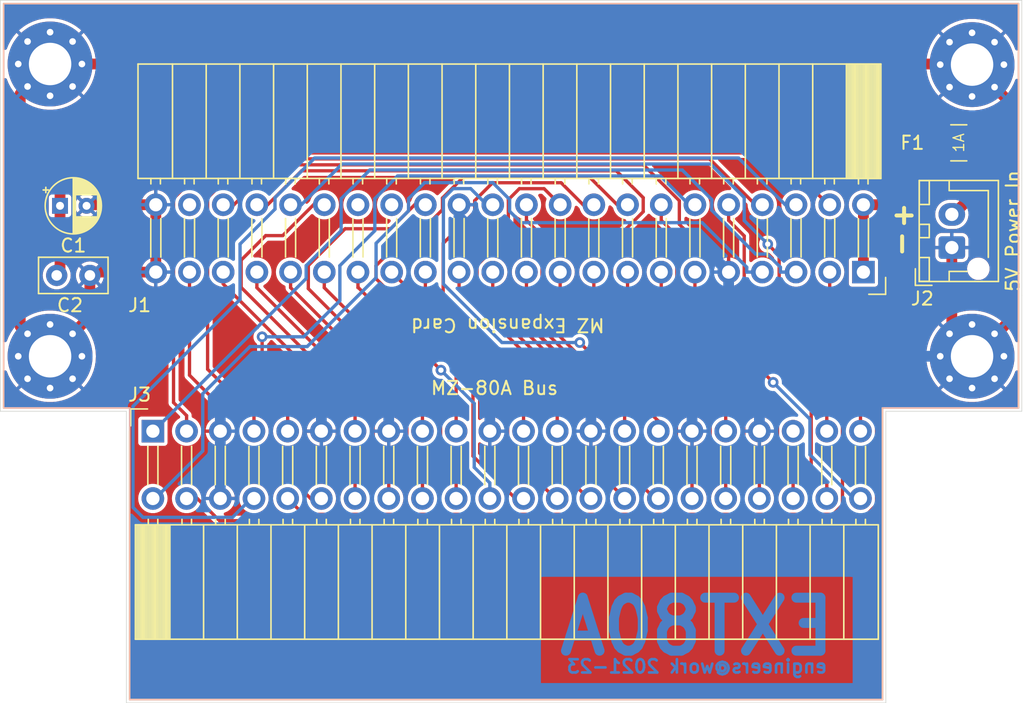
<source format=kicad_pcb>
(kicad_pcb (version 20221018) (generator pcbnew)
  (layers (0 "F.Cu" signal) (31 "B.Cu" signal) (34 "B.Paste" user) (35 "F.Paste" user) (36 "B.SilkS" user "B.Silkscreen") (37 "F.SilkS" user "F.Silkscreen") (38 "B.Mask" user) (39 "F.Mask" user) (44 "Edge.Cuts" user))
  (net 0 "")
  (net 1 "+5V")
  (net 2 "GNDPWR")
  (net 4 "/~{EXWAIT}")
  (net 5 "/~{INT}")
  (net 6 "/BUS0")
  (net 7 "/~{M1}")
  (net 8 "/~{WR}")
  (net 9 "/~{RD}")
  (net 10 "/~{IORQ}")
  (net 11 "/~{MREQ}")
  (net 12 "/~{HALT}")
  (net 15 "/RESET")
  (net 16 "/~{EXRESET}")
  (net 17 "/D3")
  (net 18 "/D4")
  (net 19 "/D5")
  (net 20 "/D6")
  (net 21 "/D7")
  (net 22 "/A0")
  (net 23 "/A1")
  (net 24 "/A2")
  (net 25 "/D2")
  (net 26 "/D1")
  (net 27 "/D0")
  (net 28 "/A15")
  (net 29 "/A14")
  (net 30 "/A13")
  (net 31 "/A12")
  (net 32 "/A11")
  (net 33 "/A10")
  (net 34 "/A9")
  (net 35 "/A8")
  (net 36 "/A7")
  (net 37 "/A6")
  (net 38 "/A5")
  (net 39 "/A4")
  (net 40 "/A3")
  (net 41 "Net-(J2-Pin_2)")
  (net 42 "/~{NMI}")
  (footprint "EXT80A:EdgeCardConnector_2_54mm_44way" (layer "F.Cu") (at 158.5172 78.594 180)
    (fp_text reference "J1")
    (fp_text value "MZ Expansion Card")
  )
  (footprint "Capacitor_THT:CP_Radial_D4.0mm_P2.00mm" (layer "F.Cu") (at 128.5 86.5)
    (fp_text reference "C1")
    (fp_text value "4.7uF 50V" hide)
  )
  (footprint "Connector_JST:JST_XH_B2B-XH-AM_1x02_P2.50mm_Vertical" (layer "F.Cu") (at 195.725 89.65 90)
    (fp_text reference "J2")
    (fp_text value "5V Power In")
  )
  (footprint "MountingHole:MountingHole_3.2mm_M3_Pad_Via" (layer "F.Cu") (at 197.25 97.85)
    (fp_text reference "H2" hide)
    (fp_text value "MountingHole_Pad" hide)
  )
  (footprint "MountingHole:MountingHole_3.2mm_M3_Pad_Via" (layer "F.Cu") (at 127.75 75.8029)
    (fp_text reference "H3" hide)
    (fp_text value "MountingHole_Pad" hide)
  )
  (footprint "MountingHole:MountingHole_3.2mm_M3_Pad_Via" (layer "F.Cu") (at 197.25 75.85)
    (fp_text reference "H4" hide)
    (fp_text value "MountingHole_Pad" hide)
  )
  (footprint "Fuse:Fuse_1210_3225Metric_Pad1.42x2.65mm_HandSolder" (layer "F.Cu") (at 196.25 81.75)
    (fp_text reference "F1")
    (fp_text value "1A")
  )
  (footprint "MountingHole:MountingHole_3.2mm_M3_Pad_Via" (layer "F.Cu") (at 127.75 97.85)
    (fp_text reference "H1" hide)
    (fp_text value "MountingHole_Pad" hide)
  )
  (footprint "Capacitor_THT:C_Disc_D5.0mm_W2.5mm_P2.50mm" (layer "F.Cu") (at 128.25 91.75)
    (fp_text reference "C2")
    (fp_text value "100nF" hide)
  )
  (footprint "EXT80A:EdgeCardConnector_2_54mm_44way" (layer "F.Cu") (at 166.0428 116.406)
    (fp_text reference "J3")
    (fp_text value "MZ-80A Bus")
  )
  (gr_line (start 190.5 123.75) (end 133.75 123.75) (stroke (width 0.12)) (layer "B.SilkS"))
  (gr_line (start 200.75 101.75) (end 190.5 101.75) (stroke (width 0.12)) (layer "B.SilkS"))
  (gr_line (start 124.25 101.75) (end 124.25 71.25) (stroke (width 0.12)) (layer "B.SilkS"))
  (gr_line (start 200.75 71.25) (end 200.75 101.75) (stroke (width 0.12)) (layer "B.SilkS"))
  (gr_line (start 133.75 123.75) (end 133.75 101.75) (stroke (width 0.12)) (layer "B.SilkS"))
  (gr_line (start 190.5 101.75) (end 190.5 123.75) (stroke (width 0.12)) (layer "B.SilkS"))
  (gr_line (start 124.25 71.25) (end 200.75 71.25) (stroke (width 0.12)) (layer "B.SilkS"))
  (gr_line (start 133.75 101.75) (end 124.25 101.75) (stroke (width 0.12)) (layer "B.SilkS"))
  (gr_line (start 133.75 123.75) (end 190.5 123.75) (stroke (width 0.12)) (layer "F.SilkS"))
  (gr_line (start 190.5 101.75) (end 190.75 101.75) (stroke (width 0.12)) (layer "F.SilkS"))
  (gr_line (start 124.25 71.25) (end 200.75 71.25) (stroke (width 0.12)) (layer "F.SilkS"))
  (gr_line (start 133.75 123.75) (end 133.75 103.5) (stroke (width 0.12)) (layer "F.SilkS"))
  (gr_line (start 124.25 101.75) (end 124.25 71.25) (stroke (width 0.12)) (layer "F.SilkS"))
  (gr_line (start 133.75 101.75) (end 124.25 101.75) (stroke (width 0.12)) (layer "F.SilkS"))
  (gr_line (start 200.75 71.25) (end 200.75 101.75) (stroke (width 0.12)) (layer "F.SilkS"))
  (gr_line (start 200.75 101.75) (end 190.75 101.75) (stroke (width 0.12)) (layer "F.SilkS"))
  (gr_line (start 190.5 123.75) (end 190.5 101.75) (stroke (width 0.12)) (layer "F.SilkS"))
  (gr_line (start 201 93.25) (end 201 102) (stroke (width 0.05)) (layer "Edge.Cuts"))
  (gr_line (start 124 93.25) (end 124 71) (stroke (width 0.05)) (layer "Edge.Cuts"))
  (gr_line (start 124 71) (end 201 71) (stroke (width 0.05)) (layer "Edge.Cuts"))
  (gr_line (start 201 102) (end 190.75 102) (stroke (width 0.05)) (layer "Edge.Cuts"))
  (gr_line (start 124 102) (end 133.5 102) (stroke (width 0.05)) (layer "Edge.Cuts"))
  (gr_line (start 201 71) (end 201 93.25) (stroke (width 0.05)) (layer "Edge.Cuts"))
  (gr_line (start 133.5 102) (end 133.5 124) (stroke (width 0.05)) (layer "Edge.Cuts"))
  (gr_line (start 190.75 124) (end 133.5 124) (stroke (width 0.05)) (layer "Edge.Cuts"))
  (gr_line (start 190.75 102) (end 190.75 124) (stroke (width 0.05)) (layer "Edge.Cuts"))
  (gr_line (start 124 102) (end 124 93.25) (stroke (width 0.05)) (layer "Edge.Cuts"))
  (gr_text "engineers@work 2021-23" (at 176.5 121.25) (layer "B.Cu") (effects (font (size 1 1) (thickness 0.2)) (justify mirror)))
  (gr_text "EXT80A" (at 176.5 118.25) (layer "B.Cu") (effects (font (size 4 3.8) (thickness 0.75)) (justify mirror)))
  (gr_text "-" (at 192.75 90.5 90) (layer "F.SilkS") (effects (font (size 1.5 1.5) (thickness 0.3) bold) (justify left bottom)))
  (gr_text "+" (at 191 88) (layer "F.SilkS") (effects (font (size 1.5 1.5) (thickness 0.3) bold) (justify left bottom)))
  (segment (start 128.5 84.75) (end 131.5 81.75) (width 0.8128) (layer "F.Cu") (net 1))
  (segment (start 194.762 81.75) (end 194.762 82.7375) (width 0.8128) (layer "F.Cu") (net 1))
  (segment (start 128.5 86.5) (end 128.5 84.75) (width 0.8128) (layer "F.Cu") (net 1))
  (segment (start 191.1161 81.75) (end 194.7625 81.75) (width 0.5) (layer "F.Cu") (net 1))
  (segment (start 128.5 91.5) (end 128.25 91.75) (width 0.8128) (layer "F.Cu") (net 1))
  (segment (start 194.762 82.7375) (end 191.08 86.42) (width 0.8128) (layer "F.Cu") (net 1))
  (segment (start 128.5 86.5) (end 128.5 91.5) (width 0.8128) (layer "F.Cu") (net 1))
  (segment (start 191.1161 81.75) (end 194.762 81.75) (width 0.8128) (layer "F.Cu") (net 1))
  (segment (start 189.06 86.42) (end 189.06 91.5) (width 0.8128) (layer "F.Cu") (net 1))
  (segment (start 191.08 86.42) (end 189.06 86.42) (width 0.8128) (layer "F.Cu") (net 1))
  (segment (start 131.5 81.75) (end 191.1161 81.75) (width 0.8128) (layer "F.Cu") (net 1))
  (segment (start 131 91.5) (end 130.75 91.75) (width 0.8128) (layer "F.Cu") (net 2))
  (segment (start 196.378 74.1529) (end 196.5471 74.1529) (width 0.5) (layer "F.Cu") (net 2))
  (segment (start 127.75 75.8029) (end 128.95 75.8029) (width 0.8128) (layer "F.Cu") (net 2))
  (segment (start 129.4471 96.1529) (end 128.5986 97.0014) (width 0.8128) (layer "F.Cu") (net 2))
  (segment (start 197.25 75.85) (end 198.45 77.05) (width 0.8128) (layer "F.Cu") (net 2))
  (segment (start 195.5529 75.8029) (end 196.378 75.8029) (width 0.8128) (layer "F.Cu") (net 2))
  (segment (start 195.5529 77.5471) (end 195.5529 75.8029) (width 0.5) (layer "F.Cu") (net 2))
  (segment (start 129.55 75.8029) (end 130.15 75.8029) (width 0.8128) (layer "F.Cu") (net 2))
  (segment (start 135.72 91.5) (end 131 91.5) (width 0.8128) (layer "F.Cu") (net 2))
  (segment (start 194.8029 75.8029) (end 195.5529 75.8029) (width 0.8128) (layer "F.Cu") (net 2))
  (segment (start 126.1985 76.6514) (end 125.35 75.8029) (width 0.5) (layer "F.Cu") (net 2))
  (segment (start 195.725 95.8875) (end 195.725 96.325) (width 0.8128) (layer "F.Cu") (net 2))
  (segment (start 198.2111 97.0389) (end 198.8389 97.0389) (width 0.5) (layer "F.Cu") (net 2))
  (segment (start 195.5529 74.1529) (end 196.378 74.1529) (width 0.5) (layer "F.Cu") (net 2))
  (segment (start 130.75 94.85) (end 129.4471 96.1529) (width 0.8128) (layer "F.Cu") (net 2))
  (segment (start 127.75 99.8985) (end 127.75 100.25) (width 0.5) (layer "F.Cu") (net 2))
  (segment (start 128.95 74.1058) (end 128.4529 74.1058) (width 0.5) (layer "F.Cu") (net 2))
  (segment (start 128.5986 97.0014) (end 127.75 97.85) (width 0.8128) (layer "F.Cu") (net 2))
  (segment (start 125.35 97.85) (end 126.55 96.65) (width 0.5) (layer "F.Cu") (net 2))
  (segment (start 125.5 95.6) (end 125.5 78.0529) (width 0.8128) (layer "F.Cu") (net 2))
  (segment (start 129.4471 74.1058) (end 128.95 74.1058) (width 0.5) (layer "F.Cu") (net 2))
  (segment (start 198.45 77.05) (end 198.9471 77.5471) (width 0.8128) (layer "F.Cu") (net 2))
  (segment (start 126.4772 77.0757) (end 126.6228 77.0757) (width 0.5) (layer "F.Cu") (net 2))
  (segment (start 200 78.6) (end 200 95.25) (width 0.8128) (layer "F.Cu") (net 2))
  (segment (start 127.75 97.85) (end 126.55 96.65) (width 0.8128) (layer "F.Cu") (net 2))
  (segment (start 127.75 99.8985) (end 126.4043 99.8985) (width 0.5) (layer "F.Cu") (net 2))
  (segment (start 195.725 89.65) (end 195.725 95.45) (width 0.8128) (layer "F.Cu") (net 2))
  (segment (start 198.9471 77.5471) (end 200 78.6) (width 0.8128) (layer "F.Cu") (net 2))
  (segment (start 135.72 86.42) (end 130.58 86.42) (width 0.8128) (layer "F.Cu") (net 2))
  (segment (start 195.725 95.8875) (end 195.5529 96.0596) (width 0.5) (layer "F.Cu") (net 2))
  (segment (start 200 95.25) (end 199.0221 96.2279) (width 0.8128) (layer "F.Cu") (net 2))
  (segment (start 129.55 75.8029) (end 129.4471 75.9058) (width 0.5) (layer "F.Cu") (net 2))
  (segment (start 130.58 86.42) (end 130.5 86.5) (width 0.8128) (layer "F.Cu") (net 2))
  (segment (start 128.1014 99.5471) (end 127.75 99.8985) (width 0.5) (layer "F.Cu") (net 2))
  (segment (start 194.8029 75.8029) (end 194.85 75.85) (width 0.5) (layer "F.Cu") (net 2))
  (segment (start 129.3014 97.0014) (end 130.15 97.85) (width 0.5) (layer "F.Cu") (net 2))
  (segment (start 128.4529 74.1058) (end 127.75 73.4029) (width 0.5) (layer "F.Cu") (net 2))
  (segment (start 126.0529 96.1529) (end 125.5 95.6) (width 0.8128) (layer "F.Cu") (net 2))
  (segment (start 125.5 78.0529) (end 126.0529 77.5) (width 0.8128) (layer "F.Cu") (net 2))
  (segment (start 127.75 95.45) (end 126.55 96.65) (width 0.5) (layer "F.Cu") (net 2))
  (segment (start 196.5471 74.1529) (end 197.25 73.45) (width 0.5) (layer "F.Cu") (net 2))
  (segment (start 197.203 75.8029) (end 197.25 75.85) (width 0.8128) (layer "F.Cu") (net 2))
  (segment (start 196.378 75.8029) (end 196.378 74.1529) (width 0.5) (layer "F.Cu") (net 2))
  (segment (start 126.4772 77.0757) (end 126.9015 76.6514) (width 0.8128) (layer "F.Cu") (net 2))
  (segment (start 198.9471 96.1529) (end 199.0221 96.2279) (width 0.5) (layer "F.Cu") (net 2))
  (segment (start 126.55 96.65) (end 126.0529 96.1529) (width 0.8128) (layer "F.Cu") (net 2))
  (segment (start 197.9529 98.4029) (end 197.4 97.85) (width 0.5) (layer "F.Cu") (net 2))
  (segment (start 198.9471 99.5471) (end 197.9529 99.5471) (width 0.5) (layer "F.Cu") (net 2))
  (segment (start 126.9015 76.6514) (end 127.75 75.8029) (width 0.8128) (layer "F.Cu") (net 2))
  (segment (start 128.5986 97.0014) (end 129.3014 97.0014) (width 0.5) (layer "F.Cu") (net 2))
  (segment (start 198.8389 97.0389) (end 199.65 97.85) (width 0.5) (layer "F.Cu") (net 2))
  (segment (start 195.725 96.325) (end 197.25 97.85) (width 0.8128) (layer "F.Cu") (net 2))
  (segment (start 129.4471 75.9058) (end 129.4471 77.5) (width 0.5) (layer "F.Cu") (net 2))
  (segment (start 197.9529 99.5471) (end 197.9529 98.4029) (width 0.5) (layer "F.Cu") (net 2))
  (segment (start 126.6228 77.0757) (end 127.75 78.2029) (width 0.5) (layer "F.Cu") (net 2))
  (segment (start 197.4 97.85) (end 197.25 97.85) (width 0.8128) (layer "F.Cu") (net 2))
  (segment (start 195.5529 96.0596) (end 195.5529 96.1529) (width 0.5) (layer "F.Cu") (net 2))
  (segment (start 197.25 78.25) (end 198.45 77.05) (width 0.5) (layer "F.Cu") (net 2))
  (segment (start 196.378 75.8029) (end 197.203 75.8029) (width 0.8128) (layer "F.Cu") (net 2))
  (segment (start 127.0471 74.1058) (end 127.75 73.4029) (width 0.5) (layer "F.Cu") (net 2))
  (segment (start 198.2111 97.0389) (end 197.4 97.85) (width 0.8128) (layer "F.Cu") (net 2))
  (segment (start 135.72 86.42) (end 135.72 91.5) (width 0.8128) (layer "F.Cu") (net 2))
  (segment (start 195.725 95.45) (end 195.725 95.8875) (width 0.8128) (layer "F.Cu") (net 2))
  (segment (start 126.0529 74.1058) (end 127.0471 74.1058) (width 0.5) (layer "F.Cu") (net 2))
  (segment (start 130.75 91.75) (end 130.75 94.85) (width 0.8128) (layer "F.Cu") (net 2))
  (segment (start 128.95 75.8029) (end 129.55 75.8029) (width 0.8128) (layer "F.Cu") (net 2))
  (segment (start 197.9529 99.5471) (end 197.25 100.25) (width 0.5) (layer "F.Cu") (net 2))
  (segment (start 128.95 75.8029) (end 128.95 74.1058) (width 0.5) (layer "F.Cu") (net 2))
  (segment (start 197.25 95.45) (end 195.725 95.45) (width 0.5) (layer "F.Cu") (net 2))
  (segment (start 126.0529 77.5) (end 126.4772 77.0757) (width 0.8128) (layer "F.Cu") (net 2))
  (segment (start 130.15 75.8029) (end 194.8029 75.8029) (width 0.8128) (layer "F.Cu") (net 2))
  (segment (start 199.0221 96.2279) (end 198.2111 97.0389) (width 0.8128) (layer "F.Cu") (net 2))
  (segment (start 126.9015 76.6514) (end 126.1985 76.6514) (width 0.5) (layer "F.Cu") (net 2))
  (segment (start 129.4471 99.5471) (end 128.1014 99.5471) (width 0.5) (layer "F.Cu") (net 2))
  (segment (start 126.4043 99.8985) (end 126.0529 99.5471) (width 0.5) (layer "F.Cu") (net 2))
  (segment (start 176.4 89) (end 160.25 89) (width 0.8128) (layer "B.Cu") (net 2))
  (segment (start 195.5529 97.85) (end 197.25 97.85) (width 0.8128) (layer "B.Cu") (net 2))
  (segment (start 199.65 74.8558) (end 199.65 75.85) (width 0.5) (layer "B.Cu") (net 2))
  (segment (start 181.35 97.85) (end 181.22 97.98) (width 0.8128) (layer "B.Cu") (net 2))
  (segment (start 143.15 97.85) (end 140.58 100.42) (width 0.8128) (layer "B.Cu") (net 2))
  (segment (start 140.58 103.5) (end 140.58 108.58) (width 0.8128) (layer "B.Cu") (net 2))
  (segment (start 171.15 97.85) (end 168.52 100.48) (width 0.8128) (layer "B.Cu") (net 2))
  (segment (start 171.15 97.85) (end 163.65 97.85) (width 0.8128) (layer "B.Cu") (net 2))
  (segment (start 178.15 97.85) (end 176.14 99.86) (width 0.8128) (layer "B.Cu") (net 2))
  (segment (start 181.35 97.85) (end 194.85 97.85) (width 0.8128) (layer "B.Cu") (net 2))
  (segment (start 181.35 97.85) (end 178.15 97.85) (width 0.8128) (layer "B.Cu") (net 2))
  (segment (start 163.65 97.85) (end 155.15 97.85) (width 0.8128) (layer "B.Cu") (net 2))
  (segment (start 149.65 97.85) (end 148.2 99.3) (width 0.8128) (layer "B.Cu") (net 2))
  (segment (start 160.9 100.6) (end 160.9 103.5) (width 0.8128) (layer "B.Cu") (net 2))
  (segment (start 158.58 87.33) (end 158.58 86.42) (width 0.8128) (layer "B.Cu") (net 2))
  (segment (start 163.65 97.85) (end 160.9 100.6) (width 0.8128) (layer "B.Cu") (net 2))
  (segment (start 178.9 91.5) (end 178.9 95.4) (width 0.8128) (layer "B.Cu") (net 2))
  (segment (start 176.14 99.86) (end 176.14 103.5) (width 0.8128) (layer "B.Cu") (net 2))
  (segment (start 140.58 100.42) (end 140.58 103.5) (width 0.8128) (layer "B.Cu") (net 2))
  (segment (start 199.65 75.85) (end 198.9471 76.5529) (width 0.5) (layer "B.Cu") (net 2))
  (segment (start 148.2 99.3) (end 148.2 103.5) (width 0.8128) (layer "B.Cu") (net 2))
  (segment (start 198.9471 74.1529) (end 199.65 74.8558) (width 0.5) (layer "B.Cu") (net 2))
  (segment (start 130.15 98.8442) (end 130.15 97.85) (width 0.5) (layer "B.Cu") (net 2))
  (segment (start 178.15 97.85) (end 171.15 97.85) (width 0.8128) (layer "B.Cu") (net 2))
  (segment (start 198.9471 76.5529) (end 198.9471 77.5471) (width 0.5) (layer "B.Cu") (net 2))
  (segment (start 155.15 97.85) (end 149.65 97.85) (width 0.8128) (layer "B.Cu") (net 2))
  (segment (start 155.15 97.85) (end 153.28 99.72) (width 0.8128) (layer "B.Cu") (net 2))
  (segment (start 195.5529 99.5471) (end 195.5529 97.85) (width 0.5) (layer "B.Cu") (net 2))
  (segment (start 153.28 99.72) (end 153.28 103.5) (width 0.8128) (layer "B.Cu") (net 2))
  (segment (start 129.4471 99.5471) (end 130.15 98.8442) (width 0.5) (layer "B.Cu") (net 2))
  (segment (start 178.9 91.5) (end 176.4 89) (width 0.8128) (layer "B.Cu") (net 2))
  (segment (start 178.9 95.4) (end 181.35 97.85) (width 0.8128) (layer "B.Cu") (net 2))
  (segment (start 194.85 97.85) (end 195.5529 97.85) (width 0.8128) (layer "B.Cu") (net 2))
  (segment (start 181.22 97.98) (end 181.22 103.5) (width 0.8128) (layer "B.Cu") (net 2))
  (segment (start 168.52 100.48) (end 168.52 103.5) (width 0.8128) (layer "B.Cu") (net 2))
  (segment (start 160.25 89) (end 158.58 87.33) (width 0.8128) (layer "B.Cu") (net 2))
  (segment (start 149.65 97.85) (end 143.15 97.85) (width 0.8128) (layer "B.Cu") (net 2))
  (segment (start 177.63 90.342) (end 177.63 92.1354) (width 0.25) (layer "F.Cu") (net 4))
  (segment (start 186.3 100.8054) (end 186.3 103.5) (width 0.25) (layer "F.Cu") (net 4))
  (segment (start 172.4803 83.409) (end 175.1846 86.1133) (width 0.25) (layer "F.Cu") (net 4))
  (segment (start 140.8 86.42) (end 141.608 86.42) (width 0.25) (layer "F.Cu") (net 4))
  (segment (start 144.619 83.409) (end 172.4803 83.409) (width 0.25) (layer "F.Cu") (net 4))
  (segment (start 175.1846 86.1133) (end 175.1846 87.8966) (width 0.25) (layer "F.Cu") (net 4))
  (segment (start 141.608 86.42) (end 144.619 83.409) (width 0.25) (layer "F.Cu") (net 4))
  (segment (start 175.1846 87.8966) (end 177.63 90.342) (width 0.25) (layer "F.Cu") (net 4))
  (segment (start 177.63 92.1354) (end 186.3 100.8054) (width 0.25) (layer "F.Cu") (net 4))
  (segment (start 170.0745 92.5906) (end 178.68 101.1961) (width 0.25) (layer "F.Cu") (net 5))
  (segment (start 170.4337 83.8593) (end 172.4616 85.8872) (width 0.25) (layer "F.Cu") (net 5))
  (segment (start 172.4616 86.9457) (end 170.0745 89.3328) (width 0.25) (layer "F.Cu") (net 5))
  (segment (start 170.0745 89.3328) (end 170.0745 92.5906) (width 0.25) (layer "F.Cu") (net 5))
  (segment (start 146.7086 83.8593) (end 170.4337 83.8593) (width 0.25) (layer "F.Cu") (net 5))
  (segment (start 144.1479 86.42) (end 146.7086 83.8593) (width 0.25) (layer "F.Cu") (net 5))
  (segment (start 178.68 101.1961) (end 178.68 103.5) (width 0.25) (layer "F.Cu") (net 5))
  (segment (start 143.34 86.42) (end 144.1479 86.42) (width 0.25) (layer "F.Cu") (net 5))
  (segment (start 172.4616 85.8872) (end 172.4616 86.9457) (width 0.25) (layer "F.Cu") (net 5))
  (segment (start 173.82 86.42) (end 173.82 87.5953) (width 0.25) (layer "F.Cu") (net 6))
  (segment (start 174.9953 88.7706) (end 174.9953 92.5557) (width 0.25) (layer "F.Cu") (net 6))
  (segment (start 174.9953 92.5557) (end 182.2572 99.8176) (width 0.25) (layer "F.Cu") (net 6))
  (segment (start 173.82 87.5953) (end 174.9953 88.7706) (width 0.25) (layer "F.Cu") (net 6))
  (via (at 182.2572 99.8176) (size 0.8) (drill 0.4) (layers "F.Cu" "B.Cu") (net 6))
  (segment (start 188.84 108.58) (end 188.33 108.58) (width 0.25) (layer "B.Cu") (net 6))
  (segment (start 185.03 102.5904) (end 182.2572 99.8176) (width 0.25) (layer "B.Cu") (net 6))
  (segment (start 185.03 105.28) (end 185.03 102.5904) (width 0.25) (layer "B.Cu") (net 6))
  (segment (start 188.33 108.58) (end 185.03 105.28) (width 0.25) (layer "B.Cu") (net 6))
  (segment (start 157.3285 86.794) (end 157.3285 85.912) (width 0.25) (layer "F.Cu") (net 7))
  (segment (start 156.1335 87.989) (end 157.3285 86.794) (width 0.25) (layer "F.Cu") (net 7))
  (segment (start 157.3285 85.912) (end 158.9309 84.3096) (width 0.25) (layer "F.Cu") (net 7))
  (segment (start 158.36 98.0367) (end 152.3153 91.992) (width 0.25) (layer "F.Cu") (net 7))
  (segment (start 155.3463 87.989) (end 156.1335 87.989) (width 0.25) (layer "F.Cu") (net 7))
  (segment (start 152.3153 91.02) (end 155.3463 87.989) (width 0.25) (layer "F.Cu") (net 7))
  (segment (start 152.3153 91.992) (end 152.3153 91.02) (width 0.25) (layer "F.Cu") (net 7))
  (segment (start 170.5005 86.42) (end 171.28 86.42) (width 0.25) (layer "F.Cu") (net 7))
  (segment (start 168.3901 84.3096) (end 170.5005 86.42) (width 0.25) (layer "F.Cu") (net 7))
  (segment (start 158.9309 84.3096) (end 168.3901 84.3096) (width 0.25) (layer "F.Cu") (net 7))
  (segment (start 158.36 103.5) (end 158.36 98.0367) (width 0.25) (layer "F.Cu") (net 7))
  (segment (start 159.7554 86.9612) (end 157.3807 89.3359) (width 0.25) (layer "F.Cu") (net 8))
  (segment (start 166.2719 84.7599) (end 161.1084 84.7599) (width 0.25) (layer "F.Cu") (net 8))
  (segment (start 157.3807 93.3791) (end 163.44 99.4384) (width 0.25) (layer "F.Cu") (net 8))
  (segment (start 163.44 99.4384) (end 163.44 103.5) (width 0.25) (layer "F.Cu") (net 8))
  (segment (start 161.1084 84.7599) (end 159.7554 86.1129) (width 0.25) (layer "F.Cu") (net 8))
  (segment (start 168.74 86.42) (end 167.932 86.42) (width 0.25) (layer "F.Cu") (net 8))
  (segment (start 157.3807 89.3359) (end 157.3807 93.3791) (width 0.25) (layer "F.Cu") (net 8))
  (segment (start 159.7554 86.1129) (end 159.7554 86.9612) (width 0.25) (layer "F.Cu") (net 8))
  (segment (start 167.932 86.42) (end 166.2719 84.7599) (width 0.25) (layer "F.Cu") (net 8))
  (segment (start 159.9353 90.988) (end 159.9353 93.1899) (width 0.25) (layer "F.Cu") (net 9))
  (segment (start 165.98 99.2346) (end 165.98 103.5) (width 0.25) (layer "F.Cu") (net 9))
  (segment (start 162.2954 88.6279) (end 159.9353 90.988) (width 0.25) (layer "F.Cu") (net 9))
  (segment (start 159.9353 93.1899) (end 165.98 99.2346) (width 0.25) (layer "F.Cu") (net 9))
  (segment (start 162.2954 86.0368) (end 162.2954 88.6279) (width 0.25) (layer "F.Cu") (net 9))
  (segment (start 166.2 86.42) (end 164.9899 85.2099) (width 0.25) (layer "F.Cu") (net 9))
  (segment (start 164.9899 85.2099) (end 163.1223 85.2099) (width 0.25) (layer "F.Cu") (net 9))
  (segment (start 163.1223 85.2099) (end 162.2954 86.0368) (width 0.25) (layer "F.Cu") (net 9))
  (segment (start 163.66 86.42) (end 163.66 87.5953) (width 0.25) (layer "F.Cu") (net 10))
  (segment (start 164.8353 88.7706) (end 164.8353 95.01) (width 0.25) (layer "F.Cu") (net 10))
  (segment (start 171.06 101.2347) (end 171.06 103.5) (width 0.25) (layer "F.Cu") (net 10))
  (segment (start 163.66 87.5953) (end 164.8353 88.7706) (width 0.25) (layer "F.Cu") (net 10))
  (segment (start 164.8353 95.01) (end 171.06 101.2347) (width 0.25) (layer "F.Cu") (net 10))
  (segment (start 173.6 102.7367) (end 167.6794 96.8161) (width 0.25) (layer "F.Cu") (net 11))
  (segment (start 173.6 103.5) (end 173.6 102.7367) (width 0.25) (layer "F.Cu") (net 11))
  (via (at 167.6794 96.8161) (size 0.8) (drill 0.4) (layers "F.Cu" "B.Cu") (net 11))
  (segment (start 161.12 86.42) (end 160.67 86.42) (width 0.25) (layer "B.Cu") (net 11))
  (segment (start 160.67 86.42) (end 159.4543 85.2043) (width 0.25) (layer "B.Cu") (net 11))
  (segment (start 157.3994 85.9383) (end 157.3994 92.3994) (width 0.25) (layer "B.Cu") (net 11))
  (segment (start 157.3994 92.3994) (end 161.8161 96.8161) (width 0.25) (layer "B.Cu") (net 11))
  (segment (start 159.4543 85.2043) (end 158.1334 85.2043) (width 0.25) (layer "B.Cu") (net 11))
  (segment (start 158.1334 85.2043) (end 157.3994 85.9383) (width 0.25) (layer "B.Cu") (net 11))
  (segment (start 161.8161 96.8161) (end 167.6794 96.8161) (width 0.25) (layer "B.Cu") (net 11))
  (segment (start 147.2172 92.7462) (end 155.82 101.349) (width 0.25) (layer "F.Cu") (net 12))
  (segment (start 147.2172 91.0041) (end 147.2172 92.7462) (width 0.25) (layer "F.Cu") (net 12))
  (segment (start 153.42 88.2322) (end 149.9891 88.2322) (width 0.25) (layer "F.Cu") (net 12))
  (segment (start 149.9891 88.2322) (end 147.2172 91.0041) (width 0.25) (layer "F.Cu") (net 12))
  (segment (start 155.2322 86.42) (end 153.42 88.2322) (width 0.25) (layer "F.Cu") (net 12))
  (segment (start 156.04 86.42) (end 155.2322 86.42) (width 0.25) (layer "F.Cu") (net 12))
  (segment (start 155.82 101.349) (end 155.82 103.5) (width 0.25) (layer "F.Cu") (net 12))
  (segment (start 142.1533 92.6533) (end 150.74 101.24) (width 0.25) (layer "F.Cu") (net 15))
  (segment (start 144 88.75) (end 142.1533 90.5967) (width 0.25) (layer "F.Cu") (net 15))
  (segment (start 150.74 101.24) (end 150.74 103.5) (width 0.25) (layer "F.Cu") (net 15))
  (segment (start 148.42 86.42) (end 147.6121 86.42) (width 0.25) (layer "F.Cu") (net 15))
  (segment (start 147.6121 86.42) (end 145.2821 88.75) (width 0.25) (layer "F.Cu") (net 15))
  (segment (start 142.1533 90.5967) (end 142.1533 92.6533) (width 0.25) (layer "F.Cu") (net 15))
  (segment (start 145.2821 88.75) (end 144 88.75) (width 0.25) (layer "F.Cu") (net 15))
  (segment (start 188.84 103.5) (end 188.84 98.9496) (width 0.25) (layer "F.Cu") (net 16))
  (segment (start 188.84 98.9496) (end 182.71 92.8196) (width 0.25) (layer "F.Cu") (net 16))
  (segment (start 182.71 92.8196) (end 182.71 90.2513) (width 0.25) (layer "F.Cu") (net 16))
  (segment (start 182.71 90.2513) (end 181.8488 89.3901) (width 0.25) (layer "F.Cu") (net 16))
  (via (at 181.8488 89.3901) (size 0.8) (drill 0.4) (layers "F.Cu" "B.Cu") (net 16))
  (segment (start 177.544 83.3488) (end 180.0754 85.8802) (width 0.25) (layer "B.Cu") (net 16))
  (segment (start 149.7592 83.3488) (end 177.544 83.3488) (width 0.25) (layer "B.Cu") (net 16))
  (segment (start 180.0754 85.8802) (end 180.0754 87.6167) (width 0.25) (layer "B.Cu") (net 16))
  (segment (start 145.88 86.42) (end 146.688 86.42) (width 0.25) (layer "B.Cu") (net 16))
  (segment (start 180.0754 87.6167) (end 181.8488 89.3901) (width 0.25) (layer "B.Cu") (net 16))
  (segment (start 146.688 86.42) (end 149.7592 83.3488) (width 0.25) (layer "B.Cu") (net 16))
  (segment (start 137.0557 101.3404) (end 138.04 102.3247) (width 0.25) (layer "F.Cu") (net 17))
  (segment (start 186.52 86.42) (end 186.42 86.42) (width 0.25) (layer "F.Cu") (net 17))
  (segment (start 138.04 102.3247) (end 138.04 103.5) (width 0.25) (layer "F.Cu") (net 17))
  (segment (start 137.0557 85.9463) (end 137.0557 101.3404) (width 0.25) (layer "F.Cu") (net 17))
  (segment (start 182.5084 82.5084) (end 140.4936 82.5084) (width 0.25) (layer "F.Cu") (net 17))
  (segment (start 186.42 86.42) (end 182.5084 82.5084) (width 0.25) (layer "F.Cu") (net 17))
  (segment (start 140.4936 82.5084) (end 137.0557 85.9463) (width 0.25) (layer "F.Cu") (net 17))
  (segment (start 142.07 93.5586) (end 134 101.6286) (width 0.25) (layer "B.Cu") (net 18))
  (segment (start 183.98 86.42) (end 183.172 86.42) (width 0.25) (layer "B.Cu") (net 18))
  (segment (start 134.75 110) (end 141.5 110) (width 0.25) (layer "B.Cu") (net 18))
  (segment (start 179.6471 82.8951) (end 147.6959 82.8951) (width 0.25) (layer "B.Cu") (net 18))
  (segment (start 142.07 89.3832) (end 142.07 93.5586) (width 0.25) (layer "B.Cu") (net 18))
  (segment (start 183.172 86.42) (end 179.6471 82.8951) (width 0.25) (layer "B.Cu") (net 18))
  (segment (start 144.7046 85.8864) (end 144.7046 86.7486) (width 0.25) (layer "B.Cu") (net 18))
  (segment (start 134 109.25) (end 134.75 110) (width 0.25) (layer "B.Cu") (net 18))
  (segment (start 147.6959 82.8951) (end 144.7046 85.8864) (width 0.25) (layer "B.Cu") (net 18))
  (segment (start 141.5 110) (end 142.92 108.58) (width 0.25) (layer "B.Cu") (net 18))
  (segment (start 134 101.6286) (end 134 109.25) (width 0.25) (layer "B.Cu") (net 18))
  (segment (start 142.92 108.58) (end 143.12 108.58) (width 0.25) (layer "B.Cu") (net 18))
  (segment (start 144.7046 86.7486) (end 142.07 89.3832) (width 0.25) (layer "B.Cu") (net 18))
  (segment (start 180.92 86.42) (end 177.4587 82.9587) (width 0.25) (layer "F.Cu") (net 19))
  (segment (start 142.5711 82.9587) (end 139.624 85.9058) (width 0.25) (layer "F.Cu") (net 19))
  (segment (start 143.12 102.3247) (end 143.12 103.5) (width 0.25) (layer "F.Cu") (net 19))
  (segment (start 181.44 86.42) (end 180.92 86.42) (width 0.25) (layer "F.Cu") (net 19))
  (segment (start 177.4587 82.9587) (end 142.5711 82.9587) (width 0.25) (layer "F.Cu") (net 19))
  (segment (start 139.624 85.9058) (end 139.624 98.8287) (width 0.25) (layer "F.Cu") (net 19))
  (segment (start 139.624 98.8287) (end 143.12 102.3247) (width 0.25) (layer "F.Cu") (net 19))
  (segment (start 180.0753 93.5705) (end 187.4822 100.9774) (width 0.25) (layer "F.Cu") (net 20))
  (segment (start 146.8526 109.7726) (end 145.66 108.58) (width 0.25) (layer "F.Cu") (net 20))
  (segment (start 187.4822 109.0625) (end 186.7721 109.7726) (width 0.25) (layer "F.Cu") (net 20))
  (segment (start 180.0753 88.7706) (end 180.0753 93.5705) (width 0.25) (layer "F.Cu") (net 20))
  (segment (start 178.9 86.42) (end 178.9 87.5953) (width 0.25) (layer "F.Cu") (net 20))
  (segment (start 178.9 87.5953) (end 180.0753 88.7706) (width 0.25) (layer "F.Cu") (net 20))
  (segment (start 187.4822 100.9774) (end 187.4822 109.0625) (width 0.25) (layer "F.Cu") (net 20))
  (segment (start 186.7721 109.7726) (end 146.8526 109.7726) (width 0.25) (layer "F.Cu") (net 20))
  (segment (start 143.7346 100.3993) (end 145.66 102.3247) (width 0.25) (layer "F.Cu") (net 21))
  (segment (start 145.66 103.5) (end 145.66 102.3247) (width 0.25) (layer "F.Cu") (net 21))
  (segment (start 143.7346 96.3808) (end 143.7346 100.3993) (width 0.25) (layer "F.Cu") (net 21))
  (via (at 143.7346 96.3808) (size 0.8) (drill 0.4) (layers "F.Cu" "B.Cu") (net 21))
  (segment (start 149.595 91.013299) (end 149.595 93.655) (width 0.25) (layer "B.Cu") (net 21))
  (segment (start 176.36 86.42) (end 175.92 86.42) (width 0.25) (layer "B.Cu") (net 21))
  (segment (start 146.8692 96.3808) (end 143.7346 96.3808) (width 0.25) (layer "B.Cu") (net 21))
  (segment (start 153.9448 84.2496) (end 152.23 85.9644) (width 0.25) (layer "B.Cu") (net 21))
  (segment (start 149.595 93.655) (end 146.8692 96.3808) (width 0.25) (layer "B.Cu") (net 21))
  (segment (start 173.7496 84.2496) (end 153.9448 84.2496) (width 0.25) (layer "B.Cu") (net 21))
  (segment (start 175.92 86.42) (end 173.7496 84.2496) (width 0.25) (layer "B.Cu") (net 21))
  (segment (start 152.23 88.378299) (end 149.595 91.013299) (width 0.25) (layer "B.Cu") (net 21))
  (segment (start 152.23 85.9644) (end 152.23 88.378299) (width 0.25) (layer "B.Cu") (net 21))
  (segment (start 138.26 99.2798) (end 141.85 102.8698) (width 0.25) (layer "F.Cu") (net 22))
  (segment (start 143.8121 105) (end 147.3921 108.58) (width 0.25) (layer "F.Cu") (net 22))
  (segment (start 147.3921 108.58) (end 148.2 108.58) (width 0.25) (layer "F.Cu") (net 22))
  (segment (start 141.85 102.8698) (end 141.85 104.12235) (width 0.25) (layer "F.Cu") (net 22))
  (segment (start 141.85 104.12235) (end 142.72765 105) (width 0.25) (layer "F.Cu") (net 22))
  (segment (start 138.26 91.5) (end 138.26 99.2798) (width 0.25) (layer "F.Cu") (net 22))
  (segment (start 142.72765 105) (end 143.8121 105) (width 0.25) (layer "F.Cu") (net 22))
  (segment (start 140.8 92.3982) (end 149.4012 100.9994) (width 0.25) (layer "F.Cu") (net 23))
  (segment (start 149.4012 100.9994) (end 149.4012 106.0659) (width 0.25) (layer "F.Cu") (net 23))
  (segment (start 140.8 91.5) (end 140.8 92.3982) (width 0.25) (layer "F.Cu") (net 23))
  (segment (start 149.4012 106.0659) (end 150.74 107.4047) (width 0.25) (layer "F.Cu") (net 23))
  (segment (start 150.74 107.4047) (end 150.74 108.58) (width 0.25) (layer "F.Cu") (net 23))
  (segment (start 152.1047 101.44) (end 143.34 92.6753) (width 0.25) (layer "F.Cu") (net 24))
  (segment (start 153.28 108.58) (end 153.28 107.4047) (width 0.25) (layer "F.Cu") (net 24))
  (segment (start 153.28 107.4047) (end 152.1047 106.2294) (width 0.25) (layer "F.Cu") (net 24))
  (segment (start 143.34 91.5) (end 143.34 92.6753) (width 0.25) (layer "F.Cu") (net 24))
  (segment (start 152.1047 106.2294) (end 152.1047 101.44) (width 0.25) (layer "F.Cu") (net 24))
  (segment (start 138.848 108.58) (end 138.04 108.58) (width 0.25) (layer "F.Cu") (net 25))
  (segment (start 190.051 109.0443) (end 188.8415 110.2538) (width 0.25) (layer "F.Cu") (net 25))
  (segment (start 190.051 96.2063) (end 190.051 109.0443) (width 0.25) (layer "F.Cu") (net 25))
  (segment (start 186.52 92.6753) (end 190.051 96.2063) (width 0.25) (layer "F.Cu") (net 25))
  (segment (start 188.8415 110.2538) (end 140.5218 110.2538) (width 0.25) (layer "F.Cu") (net 25))
  (segment (start 186.52 91.5) (end 186.52 92.6753) (width 0.25) (layer "F.Cu") (net 25))
  (segment (start 140.5218 110.2538) (end 138.848 108.58) (width 0.25) (layer "F.Cu") (net 25))
  (segment (start 147.055 91.013299) (end 147.055 91.986701) (width 0.25) (layer "B.Cu") (net 26))
  (segment (start 135.541701 103.5) (end 135.5 103.5) (width 0.25) (layer "B.Cu") (net 26))
  (segment (start 149.69 88.378299) (end 147.055 91.013299) (width 0.25) (layer "B.Cu") (net 26))
  (segment (start 177.63 86.0277) (end 175.4015 83.7992) (width 0.25) (layer "B.Cu") (net 26))
  (segment (start 181.8102 90.1381) (end 180.9339 90.1381) (width 0.25) (layer "B.Cu") (net 26))
  (segment (start 149.69 85.9644) (end 149.69 88.378299) (width 0.25) (layer "B.Cu") (net 26))
  (segment (start 180.9339 90.1381) (end 177.63 86.8342) (width 0.25) (layer "B.Cu") (net 26))
  (segment (start 151.8552 83.7992) (end 149.69 85.9644) (width 0.25) (layer "B.Cu") (net 26))
  (segment (start 182.8047 91.1326) (end 181.8102 90.1381) (width 0.25) (layer "B.Cu") (net 26))
  (segment (start 183.98 91.5) (end 182.8047 91.5) (width 0.25) (layer "B.Cu") (net 26))
  (segment (start 177.63 86.8342) (end 177.63 86.0277) (width 0.25) (layer "B.Cu") (net 26))
  (segment (start 147.055 91.986701) (end 135.541701 103.5) (width 0.25) (layer "B.Cu") (net 26))
  (segment (start 182.8047 91.5) (end 182.8047 91.1326) (width 0.25) (layer "B.Cu") (net 26))
  (segment (start 175.4015 83.7992) (end 151.8552 83.7992) (width 0.25) (layer "B.Cu") (net 26))
  (segment (start 135.67 108.58) (end 135.5 108.58) (width 0.25) (layer "B.Cu") (net 27))
  (segment (start 163.2544 87.7725) (end 162.39 86.9081) (width 0.25) (layer "B.Cu") (net 27))
  (segment (start 180.2647 91.5) (end 180.2647 91.1327) (width 0.25) (layer "B.Cu") (net 27))
  (segment (start 161.1175 84.7519) (end 155.9792 84.7519) (width 0.25) (layer "B.Cu") (net 27))
  (segment (start 139.2591 100.6766) (end 139.2591 104.9909) (width 0.25) (layer "B.Cu") (net 27))
  (segment (start 147.1318 97.1182) (end 142.8175 97.1182) (width 0.25) (layer "B.Cu") (net 27))
  (segment (start 181.44 91.5) (end 180.2647 91.5) (width 0.25) (layer "B.Cu") (net 27))
  (segment (start 180.2647 91.1327) (end 176.9045 87.7725) (width 0.25) (layer "B.Cu") (net 27))
  (segment (start 142.8175 97.1182) (end 139.2591 100.6766) (width 0.25) (layer "B.Cu") (net 27))
  (segment (start 154.77 85.9611) (end 154.77 86.8825) (width 0.25) (layer "B.Cu") (net 27))
  (segment (start 162.39 86.9081) (end 162.39 86.0244) (width 0.25) (layer "B.Cu") (net 27))
  (segment (start 139.2591 104.9909) (end 135.67 108.58) (width 0.25) (layer "B.Cu") (net 27))
  (segment (start 155.9792 84.7519) (end 154.77 85.9611) (width 0.25) (layer "B.Cu") (net 27))
  (segment (start 162.39 86.0244) (end 161.1175 84.7519) (width 0.25) (layer "B.Cu") (net 27))
  (segment (start 152.325 91.925) (end 147.1318 97.1182) (width 0.25) (layer "B.Cu") (net 27))
  (segment (start 176.9045 87.7725) (end 163.2544 87.7725) (width 0.25) (layer "B.Cu") (net 27))
  (segment (start 154.77 86.8825) (end 152.325 89.3275) (width 0.25) (layer "B.Cu") (net 27))
  (segment (start 152.325 89.3275) (end 152.325 91.925) (width 0.25) (layer "B.Cu") (net 27))
  (segment (start 185.1247 106.2294) (end 186.3 107.4047) (width 0.25) (layer "F.Cu") (net 28))
  (segment (start 185.1247 101.44) (end 185.1247 106.2294) (width 0.25) (layer "F.Cu") (net 28))
  (segment (start 176.36 91.5) (end 176.36 92.6753) (width 0.25) (layer "F.Cu") (net 28))
  (segment (start 176.36 92.6753) (end 185.1247 101.44) (width 0.25) (layer "F.Cu") (net 28))
  (segment (start 186.3 108.58) (end 186.3 107.4047) (width 0.25) (layer "F.Cu") (net 28))
  (segment (start 183.76 108.58) (end 183.76 107.4047) (width 0.25) (layer "F.Cu") (net 29))
  (segment (start 182.5847 101.44) (end 182.5847 106.2294) (width 0.25) (layer "F.Cu") (net 29))
  (segment (start 182.5847 106.2294) (end 183.76 107.4047) (width 0.25) (layer "F.Cu") (net 29))
  (segment (start 173.82 91.5) (end 173.82 92.6753) (width 0.25) (layer "F.Cu") (net 29))
  (segment (start 173.82 92.6753) (end 182.5847 101.44) (width 0.25) (layer "F.Cu") (net 29))
  (segment (start 180.0447 101.44) (end 180.0447 106.2294) (width 0.25) (layer "F.Cu") (net 30))
  (segment (start 171.28 91.5) (end 171.28 92.6753) (width 0.25) (layer "F.Cu") (net 30))
  (segment (start 171.28 92.6753) (end 180.0447 101.44) (width 0.25) (layer "F.Cu") (net 30))
  (segment (start 181.22 108.58) (end 181.22 107.4047) (width 0.25) (layer "F.Cu") (net 30))
  (segment (start 180.0447 106.2294) (end 181.22 107.4047) (width 0.25) (layer "F.Cu") (net 30))
  (segment (start 168.74 91.5) (end 168.74 92.6753) (width 0.25) (layer "F.Cu") (net 31))
  (segment (start 177.5047 101.44) (end 177.5047 106.2294) (width 0.25) (layer "F.Cu") (net 31))
  (segment (start 178.68 108.58) (end 178.68 107.4047) (width 0.25) (layer "F.Cu") (net 31))
  (segment (start 168.74 92.6753) (end 177.5047 101.44) (width 0.25) (layer "F.Cu") (net 31))
  (segment (start 177.5047 106.2294) (end 178.68 107.4047) (width 0.25) (layer "F.Cu") (net 31))
  (segment (start 166.2 91.5) (end 166.2 92.6753) (width 0.25) (layer "F.Cu") (net 32))
  (segment (start 176.14 108.58) (end 176.14 107.4047) (width 0.25) (layer "F.Cu") (net 32))
  (segment (start 176.14 107.4047) (end 174.9647 106.2294) (width 0.25) (layer "F.Cu") (net 32))
  (segment (start 174.9647 106.2294) (end 174.9647 101.44) (width 0.25) (layer "F.Cu") (net 32))
  (segment (start 174.9647 101.44) (end 166.2 92.6753) (width 0.25) (layer "F.Cu") (net 32))
  (segment (start 173.33 108.58) (end 169.8302 105.0802) (width 0.25) (layer "F.Cu") (net 33))
  (segment (start 163.66 94.5785) (end 163.66 91.5) (width 0.25) (layer "F.Cu") (net 33))
  (segment (start 173.6 108.58) (end 173.33 108.58) (width 0.25) (layer "F.Cu") (net 33))
  (segment (start 169.8302 105.0802) (end 169.8302 100.7487) (width 0.25) (layer "F.Cu") (net 33))
  (segment (start 169.8302 100.7487) (end 163.66 94.5785) (width 0.25) (layer "F.Cu") (net 33))
  (segment (start 171.06 108.56) (end 171.06 108.58) (width 0.25) (layer "F.Cu") (net 34))
  (segment (start 167.25 99.6548) (end 167.25 104.75) (width 0.25) (layer "F.Cu") (net 34))
  (segment (start 167.25 104.75) (end 171.06 108.56) (width 0.25) (layer "F.Cu") (net 34))
  (segment (start 161.12 91.5) (end 161.12 93.5248) (width 0.25) (layer "F.Cu") (net 34))
  (segment (start 161.12 93.5248) (end 167.25 99.6548) (width 0.25) (layer "F.Cu") (net 34))
  (segment (start 168.52 108.58) (end 168.33 108.58) (width 0.25) (layer "F.Cu") (net 35))
  (segment (start 164.71 98.8053) (end 158.58 92.6753) (width 0.25) (layer "F.Cu") (net 35))
  (segment (start 168.33 108.58) (end 164.71 104.96) (width 0.25) (layer "F.Cu") (net 35))
  (segment (start 164.71 104.96) (end 164.71 98.8053) (width 0.25) (layer "F.Cu") (net 35))
  (segment (start 158.58 92.6753) (end 158.58 91.5) (width 0.25) (layer "F.Cu") (net 35))
  (segment (start 162.2419 98.8772) (end 156.04 92.6753) (width 0.25) (layer "F.Cu") (net 36))
  (segment (start 165.98 108.58) (end 165.83 108.58) (width 0.25) (layer "F.Cu") (net 36))
  (segment (start 165.83 108.58) (end 162.2419 104.9919) (width 0.25) (layer "F.Cu") (net 36))
  (segment (start 162.2419 104.9919) (end 162.2419 98.8772) (width 0.25) (layer "F.Cu") (net 36))
  (segment (start 156.04 92.6753) (end 156.04 91.5) (width 0.25) (layer "F.Cu") (net 36))
  (segment (start 162.83 108.58) (end 163.44 108.58) (width 0.25) (layer "F.Cu") (net 37))
  (segment (start 153.5 91.5) (end 159.63 97.63) (width 0.25) (layer "F.Cu") (net 37))
  (segment (start 159.63 105.38) (end 162.83 108.58) (width 0.25) (layer "F.Cu") (net 37))
  (segment (start 159.63 97.63) (end 159.63 105.38) (width 0.25) (layer "F.Cu") (net 37))
  (segment (start 150.96 91.5) (end 150.96 92.6753) (width 0.25) (layer "F.Cu") (net 38))
  (segment (start 150.9907 92.6753) (end 157.214 98.8986) (width 0.25) (layer "F.Cu") (net 38))
  (segment (start 150.96 92.6753) (end 150.9907 92.6753) (width 0.25) (layer "F.Cu") (net 38))
  (via (at 157.214 98.8986) (size 0.8) (drill 0.4) (layers "F.Cu" "B.Cu") (net 38))
  (segment (start 160.9 108.58) (end 160.9 107.4047) (width 0.25) (layer "B.Cu") (net 38))
  (segment (start 159.7247 101.4093) (end 157.214 98.8986) (width 0.25) (layer "B.Cu") (net 38))
  (segment (start 160.9 107.4047) (end 159.7247 106.2294) (width 0.25) (layer "B.Cu") (net 38))
  (segment (start 159.7247 106.2294) (end 159.7247 101.4093) (width 0.25) (layer "B.Cu") (net 38))
  (segment (start 157.1847 106.2294) (end 158.36 107.4047) (width 0.25) (layer "F.Cu") (net 39))
  (segment (start 158.36 108.58) (end 158.36 107.4047) (width 0.25) (layer "F.Cu") (net 39))
  (segment (start 148.42 91.5) (end 148.42 92.6753) (width 0.25) (layer "F.Cu") (net 39))
  (segment (start 148.42 92.6753) (end 157.1847 101.44) (width 0.25) (layer "F.Cu") (net 39))
  (segment (start 157.1847 101.44) (end 157.1847 106.2294) (width 0.25) (layer "F.Cu") (net 39))
  (segment (start 155.82 108.58) (end 155.82 107.4047) (width 0.25) (layer "F.Cu") (net 40))
  (segment (start 154.6447 101.44) (end 154.6447 106.2294) (width 0.25) (layer "F.Cu") (net 40))
  (segment (start 154.6447 106.2294) (end 155.82 107.4047) (width 0.25) (layer "F.Cu") (net 40))
  (segment (start 145.88 92.6753) (end 154.6447 101.44) (width 0.25) (layer "F.Cu") (net 40))
  (segment (start 145.88 91.5) (end 145.88 92.6753) (width 0.25) (layer "F.Cu") (net 40))
  (segment (start 195.85 87.15) (end 197.738 85.2625) (width 0.8128) (layer "F.Cu") (net 41))
  (segment (start 197.738 85.2625) (end 197.738 83.5062) (width 0.8128) (layer "F.Cu") (net 41))
  (segment (start 197.738 83.5062) (end 197.7375 83.5057) (width 0.25) (layer "F.Cu") (net 41))
  (segment (start 195.725 87.15) (end 195.85 87.15) (width 0.8128) (layer "F.Cu") (net 41))
  (segment (start 197.7375 83.5057) (end 197.7375 81.75) (width 0.25) (layer "F.Cu") (net 41))
  (segment (start 197.738 83.5062) (end 197.738 81.75) (width 0.8128) (layer "F.Cu") (net 41))
  (zone (net 2) (net_name "GNDPWR") (layers "F&B.Cu") (connect_pads (clearance 0.254)) (min_thickness 0.25) (fill yes (thermal_gap 0.254) (thermal_bridge_width 0.254) (smoothing fillet))
    (polygon (pts (xy 124.25 71.25) (xy 200.75 71.25) (xy 200.75 101.75) (xy 190.5 101.75) (xy 190.5 123.75) (xy 133.75 123.75) (xy 133.75 101.75) (xy 124.25 101.75)))
  )
  (zone (net 0) (net_name "") (layer "B.Cu") (connect_pads (clearance 0)) (min_thickness 0.25)
    (keepout (tracks allowed) (vias allowed) (pads allowed) (copperpour not_allowed) (footprints allowed))
    (fill (thermal_gap 0.5) (thermal_bridge_width 0.5))
    (polygon (pts (xy 164.75 114.5) (xy 188.25 114.5) (xy 188.25 122.5) (xy 164.75 122.5)))
  )
)
</source>
